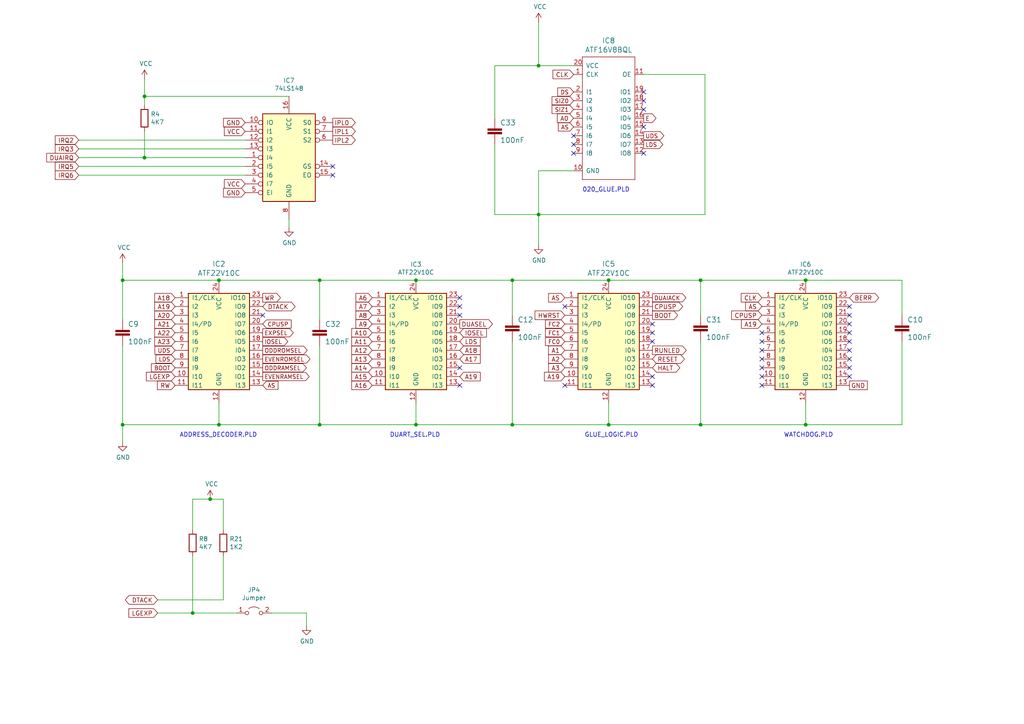
<source format=kicad_sch>
(kicad_sch (version 20231120) (generator "eeschema") (generator_version "8.0")
  (paper "A4")
  (title_block (title "ROSCO_M68K CLASSIC MC68030 EDITION") (date "2024-03-17") (rev "2.10") (company "The Really Old-School Company Limited") (comment 1 "OSHWA UK000006 (https://certification.oshwa.org/uk000006.html)") (comment 2 "See https://github.com/roscopeco/rosco_m68k/blob/master/LICENCE.hardware.txt") (comment 3 "Open Source Hardware licenced under CERN Open Hardware Licence") (comment 4 "Copyright 2019-2024 Ross Bamford and Contributors"))
  (lib_symbols
    (symbol "74xx:74LS148" (pin_names (offset 1.016))
      (property "Reference" "U" (at -7.62 13.97 0))
      (property "Value" "74LS148" (at -7.62 -13.97 0))
      (symbol "74LS148_1_0"
        (pin input inverted (at -12.7 0 0) (length 5.08) (name "I4") (number "1"))
        (pin input inverted (at -12.7 10.16 0) (length 5.08) (name "IO") (number "10"))
        (pin input inverted (at -12.7 7.62 0) (length 5.08) (name "I1") (number "11"))
        (pin input inverted (at -12.7 5.08 0) (length 5.08) (name "I2") (number "12"))
        (pin input inverted (at -12.7 2.54 0) (length 5.08) (name "I3") (number "13"))
        (pin output inverted (at 12.7 -2.54 180) (length 5.08) (name "GS") (number "14"))
        (pin output inverted (at 12.7 -5.08 180) (length 5.08) (name "EO") (number "15"))
        (pin power_in line (at 0 17.78 270) (length 5.08) (name "VCC") (number "16"))
        (pin input inverted (at -12.7 -2.54 0) (length 5.08) (name "I5") (number "2"))
        (pin input inverted (at -12.7 -5.08 0) (length 5.08) (name "I6") (number "3"))
        (pin input inverted (at -12.7 -7.62 0) (length 5.08) (name "I7") (number "4"))
        (pin input inverted (at -12.7 -10.16 0) (length 5.08) (name "EI") (number "5"))
        (pin output inverted (at 12.7 5.08 180) (length 5.08) (name "S2") (number "6"))
        (pin output inverted (at 12.7 7.62 180) (length 5.08) (name "S1") (number "7"))
        (pin power_in line (at 0 -17.78 90) (length 5.08) (name "GND") (number "8"))
        (pin output inverted (at 12.7 10.16 180) (length 5.08) (name "S0") (number "9"))
      )
      (symbol "74LS148_1_1"
        (rectangle (start -7.62 12.7) (end 7.62 -12.7) (stroke (width 0.254)) (fill (type background)))
      )
    )
    (symbol "CPLD_Microchip:ATF1504AS-PLCC84"
      (property "Reference" "U5" (at 2.1941 -47.625 0))
      (property "Value" "ATF1508" (at 0 21.59 0))
      (symbol "ATF1504AS-PLCC84_0_1"
        (rectangle (start -17.78 45.72) (end 17.78 -45.72) (stroke (width 0.254)) (fill (type background)))
      )
      (symbol "ATF1504AS-PLCC84_1_1"
        (pin input line (at -20.32 43.18 0) (length 2.54) (name "GCLR/I") (number "1"))
        (pin bidirectional line (at -20.32 22.86 0) (length 2.54) (name "I/O") (number "10"))
        (pin bidirectional line (at -20.32 20.32 0) (length 2.54) (name "I/O") (number "11"))
        (pin bidirectional line (at -20.32 17.78 0) (length 2.54) (name "I/O") (number "12"))
        (pin power_in line (at -1.27 48.26 270) (length 2.54) (name "VCCIO") (number "13"))
        (pin bidirectional line (at -20.32 15.24 0) (length 2.54) (name "TDI/I/O") (number "14"))
        (pin bidirectional line (at -20.32 12.7 0) (length 2.54) (name "I/O") (number "15"))
        (pin bidirectional line (at -20.32 10.16 0) (length 2.54) (name "I/O") (number "16"))
        (pin bidirectional line (at -20.32 7.62 0) (length 2.54) (name "I/O") (number "17"))
        (pin bidirectional line (at -20.32 5.08 0) (length 2.54) (name "I/O") (number "18"))
        (pin passive line (at 0 -48.26 90) (length 2.54) hide (name "GND") (number "19"))
        (pin input line (at -20.32 40.64 0) (length 2.54) (name "GCLK2/OE2/I") (number "2"))
        (pin bidirectional line (at -20.32 2.54 0) (length 2.54) (name "PD1/I/O") (number "20"))
        (pin bidirectional line (at -20.32 0 0) (length 2.54) (name "I/O") (number "21"))
        (pin bidirectional line (at -20.32 -2.54 0) (length 2.54) (name "I/O") (number "22"))
        (pin bidirectional line (at -20.32 -5.08 0) (length 2.54) (name "TMS/I/O") (number "23"))
        (pin bidirectional line (at -20.32 -7.62 0) (length 2.54) (name "I/O") (number "24"))
        (pin bidirectional line (at -20.32 -10.16 0) (length 2.54) (name "I/O") (number "25"))
        (pin passive line (at -1.27 48.26 270) (length 2.54) hide (name "VCCIO") (number "26"))
        (pin bidirectional line (at -20.32 -12.7 0) (length 2.54) (name "I/O") (number "27"))
        (pin bidirectional line (at -20.32 -15.24 0) (length 2.54) (name "I/O") (number "28"))
        (pin bidirectional line (at -20.32 -17.78 0) (length 2.54) (name "I/O") (number "29"))
        (pin power_in line (at 2.54 48.26 270) (length 2.54) (name "VCCINT") (number "3"))
        (pin bidirectional line (at -20.32 -20.32 0) (length 2.54) (name "I/O") (number "30"))
        (pin bidirectional line (at -20.32 -22.86 0) (length 2.54) (name "I/O") (number "31"))
        (pin passive line (at 0 -48.26 90) (length 2.54) hide (name "GND") (number "32"))
        (pin bidirectional line (at -20.32 -25.4 0) (length 2.54) (name "I/O") (number "33"))
        (pin bidirectional line (at -20.32 -27.94 0) (length 2.54) (name "I/O") (number "34"))
        (pin bidirectional line (at -20.32 -30.48 0) (length 2.54) (name "I/O") (number "35"))
        (pin bidirectional line (at -20.32 -33.02 0) (length 2.54) (name "I/O") (number "36"))
        (pin bidirectional line (at -20.32 -35.56 0) (length 2.54) (name "I/O") (number "37"))
        (pin passive line (at -1.27 48.26 270) (length 2.54) hide (name "VCCIO") (number "38"))
        (pin bidirectional line (at -20.32 -38.1 0) (length 2.54) (name "I/O") (number "39"))
        (pin bidirectional line (at -20.32 35.56 0) (length 2.54) (name "I/O") (number "4"))
        (pin bidirectional line (at -20.32 -40.64 0) (length 2.54) (name "I/O") (number "40"))
        (pin bidirectional line (at -20.32 -43.18 0) (length 2.54) (name "I/O") (number "41"))
        (pin passive line (at 0 -48.26 90) (length 2.54) hide (name "GND") (number "42"))
        (pin passive line (at 2.54 48.26 270) (length 2.54) hide (name "VCCINT") (number "43"))
        (pin bidirectional line (at 20.32 -43.18 180) (length 2.54) (name "I/O") (number "44"))
        (pin bidirectional line (at 20.32 -40.64 180) (length 2.54) (name "I/O") (number "45"))
        (pin bidirectional line (at 20.32 -38.1 180) (length 2.54) (name "I/O/PD2") (number "46"))
        (pin passive line (at 0 -48.26 90) (length 2.54) hide (name "GND") (number "47"))
        (pin bidirectional line (at 20.32 -35.56 180) (length 2.54) (name "I/O") (number "48"))
        (pin bidirectional line (at 20.32 -33.02 180) (length 2.54) (name "I/O") (number "49"))
        (pin bidirectional line (at -20.32 33.02 0) (length 2.54) (name "I/O") (number "5"))
        (pin bidirectional line (at 20.32 -30.48 180) (length 2.54) (name "I/O") (number "50"))
        (pin bidirectional line (at 20.32 -27.94 180) (length 2.54) (name "I/O") (number "51"))
        (pin bidirectional line (at 20.32 -25.4 180) (length 2.54) (name "I/O") (number "52"))
        (pin passive line (at -1.27 48.26 270) (length 2.54) hide (name "VCCIO") (number "53"))
        (pin bidirectional line (at 20.32 -22.86 180) (length 2.54) (name "I/O") (number "54"))
        (pin bidirectional line (at 20.32 -20.32 180) (length 2.54) (name "I/O") (number "55"))
        (pin bidirectional line (at 20.32 -17.78 180) (length 2.54) (name "I/O") (number "56"))
        (pin bidirectional line (at 20.32 -15.24 180) (length 2.54) (name "I/O") (number "57"))
        (pin bidirectional line (at 20.32 -12.7 180) (length 2.54) (name "I/O") (number "58"))
        (pin passive line (at 0 -48.26 90) (length 2.54) hide (name "GND") (number "59"))
        (pin bidirectional line (at -20.32 30.48 0) (length 2.54) (name "I/O") (number "6"))
        (pin bidirectional line (at 20.32 -10.16 180) (length 2.54) (name "I/O") (number "60"))
        (pin bidirectional line (at 20.32 -7.62 180) (length 2.54) (name "I/O") (number "61"))
        (pin bidirectional line (at 20.32 -5.08 180) (length 2.54) (name "TCK/I/O") (number "62"))
        (pin bidirectional line (at 20.32 -2.54 180) (length 2.54) (name "I/O") (number "63"))
        (pin bidirectional line (at 20.32 0 180) (length 2.54) (name "I/O") (number "64"))
        (pin bidirectional line (at 20.32 2.54 180) (length 2.54) (name "I/O") (number "65"))
        (pin passive line (at -1.27 48.26 270) (length 2.54) hide (name "VCCIO") (number "66"))
        (pin bidirectional line (at 20.32 5.08 180) (length 2.54) (name "I/O") (number "67"))
        (pin bidirectional line (at 20.32 7.62 180) (length 2.54) (name "I/O") (number "68"))
        (pin bidirectional line (at 20.32 10.16 180) (length 2.54) (name "I/O") (number "69"))
        (pin power_in line (at 0 -48.26 90) (length 2.54) (name "GND") (number "7"))
        (pin bidirectional line (at 20.32 12.7 180) (length 2.54) (name "I/O") (number "70"))
        (pin bidirectional line (at 20.32 15.24 180) (length 2.54) (name "TDO/I/O") (number "71"))
        (pin passive line (at 0 -48.26 90) (length 2.54) hide (name "GND") (number "72"))
        (pin bidirectional line (at 20.32 17.78 180) (length 2.54) (name "I/O") (number "73"))
        (pin bidirectional line (at 20.32 20.32 180) (length 2.54) (name "I/O") (number "74"))
        (pin bidirectional line (at 20.32 22.86 180) (length 2.54) (name "I/O") (number "75"))
        (pin bidirectional line (at 20.32 25.4 180) (length 2.54) (name "I/O") (number "76"))
        (pin bidirectional line (at 20.32 27.94 180) (length 2.54) (name "I/O") (number "77"))
        (pin passive line (at -1.27 48.26 270) (length 2.54) hide (name "VCCIO") (number "78"))
        (pin bidirectional line (at 20.32 30.48 180) (length 2.54) (name "I/O") (number "79"))
        (pin bidirectional line (at -20.32 27.94 0) (length 2.54) (name "I/O") (number "8"))
        (pin bidirectional line (at 20.32 33.02 180) (length 2.54) (name "I/O") (number "80"))
        (pin bidirectional line (at 20.32 35.56 180) (length 2.54) (name "GCLK3/I/O") (number "81"))
        (pin passive line (at 0 -48.26 90) (length 2.54) hide (name "GND") (number "82"))
        (pin input line (at 20.32 40.64 180) (length 2.54) (name "GCLK1/I") (number "83"))
        (pin input line (at 20.32 43.18 180) (length 2.54) (name "OE1/I") (number "84"))
        (pin bidirectional line (at -20.32 25.4 0) (length 2.54) (name "I/O") (number "9"))
      )
    )
    (symbol "Connector_Generic:Conn_02x05_Odd_Even" (pin_names (offset 1.016) hide)
      (property "Reference" "J" (at 1.27 7.62 0))
      (property "Value" "Conn_02x05_Odd_Even" (at 1.27 -7.62 0))
      (symbol "Conn_02x05_Odd_Even_1_1"
        (rectangle (start -1.27 -4.953) (end 0 -5.207) (stroke (width 0.1524)))
        (rectangle (start -1.27 -2.413) (end 0 -2.667) (stroke (width 0.1524)))
        (rectangle (start -1.27 0.127) (end 0 -0.127) (stroke (width 0.1524)))
        (rectangle (start -1.27 2.667) (end 0 2.413) (stroke (width 0.1524)))
        (rectangle (start -1.27 5.207) (end 0 4.953) (stroke (width 0.1524)))
        (rectangle (start -1.27 6.35) (end 3.81 -6.35) (stroke (width 0.254)) (fill (type background)))
        (rectangle (start 3.81 -4.953) (end 2.54 -5.207) (stroke (width 0.1524)))
        (rectangle (start 3.81 -2.413) (end 2.54 -2.667) (stroke (width 0.1524)))
        (rectangle (start 3.81 0.127) (end 2.54 -0.127) (stroke (width 0.1524)))
        (rectangle (start 3.81 2.667) (end 2.54 2.413) (stroke (width 0.1524)))
        (rectangle (start 3.81 5.207) (end 2.54 4.953) (stroke (width 0.1524)))
        (pin passive line (at -5.08 5.08 0) (length 3.81) (name "Pin_1") (number "1"))
        (pin passive line (at 7.62 -5.08 180) (length 3.81) (name "Pin_10") (number "10"))
        (pin passive line (at 7.62 5.08 180) (length 3.81) (name "Pin_2") (number "2"))
        (pin passive line (at -5.08 2.54 0) (length 3.81) (name "Pin_3") (number "3"))
        (pin passive line (at 7.62 2.54 180) (length 3.81) (name "Pin_4") (number "4"))
        (pin passive line (at -5.08 0 0) (length 3.81) (name "Pin_5") (number "5"))
        (pin passive line (at 7.62 0 180) (length 3.81) (name "Pin_6") (number "6"))
        (pin passive line (at -5.08 -2.54 0) (length 3.81) (name "Pin_7") (number "7"))
        (pin passive line (at 7.62 -2.54 180) (length 3.81) (name "Pin_8") (number "8"))
        (pin passive line (at -5.08 -5.08 0) (length 3.81) (name "Pin_9") (number "9"))
      )
    )
    (symbol "Device:R" (pin_numbers hide) (pin_names (offset 0))
      (property "Reference" "R" (at 2.032 0 90))
      (property "Value" "R" (at 0 0 90))
      (symbol "R_0_1"
        (rectangle (start -1.016 -2.54) (end 1.016 2.54) (stroke (width 0.254)))
      )
      (symbol "R_1_1"
        (pin passive line (at 0 3.81 270) (length 1.27) (name "~") (number "1"))
        (pin passive line (at 0 -3.81 90) (length 1.27) (name "~") (number "2"))
      )
    )
    (symbol "Jumper:Jumper_2_Bridged" (pin_names (offset 0) hide)
      (property "Reference" "JP" (at 0 1.905 0))
      (property "Value" "Jumper_2_Bridged" (at 0 -2.54 0))
      (symbol "Jumper_2_Bridged_0_0"
        (circle (center -2.032 0) (radius 0.508))
        (circle (center 2.032 0) (radius 0.508))
      )
      (symbol "Jumper_2_Bridged_0_1"
        (arc (start 1.524 0.254) (mid 0 0.762) (end -1.524 0.254))
      )
      (symbol "Jumper_2_Bridged_1_1"
        (pin passive line (at -5.08 0 0) (length 2.54) (name "A") (number "1"))
        (pin passive line (at 5.08 0 180) (length 2.54) (name "B") (number "2"))
      )
    )
    (symbol "Jumper:Jumper_2_Open" (pin_names (offset 0) hide)
      (property "Reference" "JP" (at 0 2.794 0))
      (property "Value" "Jumper_2_Open" (at 0 -2.286 0))
      (symbol "Jumper_2_Open_0_0"
        (circle (center -2.032 0) (radius 0.508))
        (circle (center 2.032 0) (radius 0.508))
      )
      (symbol "Jumper_2_Open_0_1"
        (arc (start 1.524 1.27) (mid 0 1.778) (end -1.524 1.27))
      )
      (symbol "Jumper_2_Open_1_1"
        (pin passive line (at -5.08 0 0) (length 2.54) (name "A") (number "1"))
        (pin passive line (at 5.08 0 180) (length 2.54) (name "B") (number "2"))
      )
    )
    (symbol "power:GND" (power) (pin_names (offset 0))
      (property "Value" "GND" (at 0 -3.81 0))
      (symbol "GND_0_1"
        (polyline (pts (xy 0 0) (xy 0 -1.27) (xy 1.27 -1.27) (xy 0 -2.54) (xy -1.27 -1.27) (xy 0 -1.27)))
      )
      (symbol "GND_1_1"
        (pin power_in line (at 0 0 270) (length 0) hide (name "GND") (number "1"))
      )
    )
    (symbol "power:VCC" (power) (pin_names (offset 0))
      (property "Value" "VCC" (at 0 3.81 0))
      (symbol "VCC_0_1"
        (polyline (pts (xy -0.762 1.27) (xy 0 2.54)))
        (polyline (pts (xy 0 0) (xy 0 2.54)))
        (polyline (pts (xy 0 2.54) (xy 0.762 1.27)))
      )
      (symbol "VCC_1_1"
        (pin power_in line (at 0 0 90) (length 0) hide (name "VCC") (number "1"))
      )
    )
    (symbol "rosco_m68k-eagle-import:ATF16V8BP3" (pin_names (offset 1.016))
      (property "Reference" "IC" (at -7.62 19.05 0))
      (property "Value" "ATF16V8BP3" (at -7.62 -20.32 0))
      (symbol "ATF16V8BP3_1_0"
        (polyline (pts (xy -7.62 -17.78) (xy -7.62 17.78)))
        (polyline (pts (xy -7.62 17.78) (xy 7.62 17.78)))
        (polyline (pts (xy 7.62 -17.78) (xy -7.62 -17.78)))
        (polyline (pts (xy 7.62 17.78) (xy 7.62 -17.78)))
        (pin input line (at -10.16 12.7 0) (length 2.54) (name "CLK") (number "1"))
        (pin power_in line (at -10.16 -15.24 0) (length 2.54) (name "GND") (number "10"))
        (pin input line (at 10.16 12.7 180) (length 2.54) (name "OE") (number "11"))
        (pin bidirectional line (at 10.16 -10.16 180) (length 2.54) (name "IO8") (number "12"))
        (pin bidirectional line (at 10.16 -7.62 180) (length 2.54) (name "IO7") (number "13"))
        (pin bidirectional line (at 10.16 -5.08 180) (length 2.54) (name "IO6") (number "14"))
        (pin bidirectional line (at 10.16 -2.54 180) (length 2.54) (name "IO5") (number "15"))
        (pin bidirectional line (at 10.16 0 180) (length 2.54) (name "IO4") (number "16"))
        (pin bidirectional line (at 10.16 2.54 180) (length 2.54) (name "IO3") (number "17"))
        (pin bidirectional line (at 10.16 5.08 180) (length 2.54) (name "IO2") (number "18"))
        (pin bidirectional line (at 10.16 7.62 180) (length 2.54) (name "IO1") (number "19"))
        (pin input line (at -10.16 7.62 0) (length 2.54) (name "I1") (number "2"))
        (pin power_in line (at -10.16 15.24 0) (length 2.54) (name "VCC") (number "20"))
        (pin input line (at -10.16 5.08 0) (length 2.54) (name "I2") (number "3"))
        (pin input line (at -10.16 2.54 0) (length 2.54) (name "I3") (number "4"))
        (pin input line (at -10.16 0 0) (length 2.54) (name "I4") (number "5"))
        (pin input line (at -10.16 -2.54 0) (length 2.54) (name "I5") (number "6"))
        (pin input line (at -10.16 -5.08 0) (length 2.54) (name "I6") (number "7"))
        (pin input line (at -10.16 -7.62 0) (length 2.54) (name "I7") (number "8"))
        (pin input line (at -10.16 -10.16 0) (length 2.54) (name "I8") (number "9"))
      )
    )
    (symbol "rosco_m68k-eagle-import:C2,5-3" (pin_names (offset 1.016))
      (property "Reference" "C" (at 1.524 0.381 0))
      (property "Value" "C2,5-3" (at 1.524 -4.699 0))
      (symbol "C2,5-3_1_0"
        (rectangle (start -2.032 -2.032) (end 2.032 -1.524) (fill (type outline)))
        (rectangle (start -2.032 -1.016) (end 2.032 -0.508) (fill (type outline)))
        (polyline (pts (xy 0 -2.54) (xy 0 -2.032)))
        (polyline (pts (xy 0 0) (xy 0 -0.508)))
        (pin passive line (at 0 2.54 270) (length 2.54) (name "1") (number "1"))
        (pin passive line (at 0 -5.08 90) (length 2.54) (name "2") (number "2"))
      )
    )
    (symbol "rosco_m68k-rescue:GAL22V10" (pin_names (offset 1.016))
      (property "Reference" "IC" (at -8.89 16.51 0))
      (property "Value" "GAL22V10" (at 1.27 16.51 0))
      (symbol "GAL22V10_0_0"
        (pin power_in line (at 0 -17.78 90) (length 3.81) (name "GND") (number "12"))
        (pin power_in line (at 0 17.78 270) (length 3.81) (name "VCC") (number "24"))
      )
      (symbol "GAL22V10_0_1"
        (rectangle (start -8.89 13.97) (end 8.89 -13.97) (stroke (width 0.254)) (fill (type background)))
      )
      (symbol "GAL22V10_1_1"
        (pin input line (at -12.7 12.7 0) (length 3.81) (name "I1/CLK") (number "1"))
        (pin input line (at -12.7 -10.16 0) (length 3.81) (name "I10") (number "10"))
        (pin input line (at -12.7 -12.7 0) (length 3.81) (name "I11") (number "11"))
        (pin input line (at 12.7 -12.7 180) (length 3.81) (name "I13") (number "13"))
        (pin bidirectional line (at 12.7 -10.16 180) (length 3.81) (name "IO1") (number "14"))
        (pin bidirectional line (at 12.7 -7.62 180) (length 3.81) (name "IO2") (number "15"))
        (pin bidirectional line (at 12.7 -5.08 180) (length 3.81) (name "IO3") (number "16"))
        (pin bidirectional line (at 12.7 -2.54 180) (length 3.81) (name "I04") (number "17"))
        (pin bidirectional line (at 12.7 0 180) (length 3.81) (name "IO5") (number "18"))
        (pin bidirectional line (at 12.7 2.54 180) (length 3.81) (name "IO6") (number "19"))
        (pin input line (at -12.7 10.16 0) (length 3.81) (name "I2") (number "2"))
        (pin bidirectional line (at 12.7 5.08 180) (length 3.81) (name "IO7") (number "20"))
        (pin bidirectional line (at 12.7 7.62 180) (length 3.81) (name "IO8") (number "21"))
        (pin bidirectional line (at 12.7 10.16 180) (length 3.81) (name "IO9") (number "22"))
        (pin bidirectional line (at 12.7 12.7 180) (length 3.81) (name "IO10") (number "23"))
        (pin input line (at -12.7 7.62 0) (length 3.81) (name "I3") (number "3"))
        (pin input line (at -12.7 5.08 0) (length 3.81) (name "I4/PD") (number "4"))
        (pin input line (at -12.7 2.54 0) (length 3.81) (name "I5") (number "5"))
        (pin input line (at -12.7 0 0) (length 3.81) (name "I6") (number "6"))
        (pin input line (at -12.7 -2.54 0) (length 3.81) (name "I7") (number "7"))
        (pin input line (at -12.7 -5.08 0) (length 3.81) (name "I8") (number "8"))
        (pin input line (at -12.7 -7.62 0) (length 3.81) (name "I9") (number "9"))
      )
    )
  )
  (junction (at 92.71 123.19))
  (junction (at 41.91 45.72))
  (junction (at -40.64 134.62))
  (junction (at 233.68 81.28))
  (junction (at 156.21 19.05))
  (junction (at 176.53 123.19))
  (junction (at 148.59 81.28))
  (junction (at 63.5 123.19))
  (junction (at 120.65 123.19))
  (junction (at 156.21 62.23))
  (junction (at 41.91 27.94))
  (junction (at 63.5 81.28))
  (junction (at 203.2 123.19))
  (junction (at 148.59 123.19))
  (junction (at 176.53 81.28))
  (junction (at 233.68 123.19))
  (junction (at 35.56 81.28))
  (junction (at 92.71 81.28))
  (junction (at 120.65 81.28))
  (junction (at 35.56 123.19))
  (junction (at 203.2 81.28))
  (junction (at 60.96 144.78))
  (junction (at 55.88 177.8))
  (no_connect (at 96.52 48.26))
  (no_connect (at 133.35 88.9))
  (no_connect (at 186.69 36.83))
  (no_connect (at 133.35 91.44))
  (no_connect (at 186.69 29.21))
  (no_connect (at -46.99 129.54))
  (no_connect (at 133.35 106.68))
  (no_connect (at 133.35 86.36))
  (no_connect (at 246.38 99.06))
  (no_connect (at 186.69 26.67))
  (no_connect (at 246.38 93.98))
  (no_connect (at 166.37 44.45))
  (no_connect (at 220.98 111.76))
  (no_connect (at 220.98 101.6))
  (no_connect (at 166.37 39.37))
  (no_connect (at -59.69 132.08))
  (no_connect (at 246.38 91.44))
  (no_connect (at 189.23 111.76))
  (no_connect (at 246.38 109.22))
  (no_connect (at 220.98 99.06))
  (no_connect (at 76.2 91.44))
  (no_connect (at 133.35 111.76))
  (no_connect (at 166.37 41.91))
  (no_connect (at -46.99 132.08))
  (no_connect (at 246.38 88.9))
  (no_connect (at 246.38 96.52))
  (no_connect (at 189.23 96.52))
  (no_connect (at 220.98 96.52))
  (no_connect (at 163.83 111.76))
  (no_connect (at 186.69 31.75))
  (no_connect (at 246.38 106.68))
  (no_connect (at 246.38 104.14))
  (no_connect (at 246.38 101.6))
  (no_connect (at 189.23 109.22))
  (no_connect (at 220.98 109.22))
  (no_connect (at 220.98 104.14))
  (no_connect (at 189.23 93.98))
  (no_connect (at 96.52 50.8))
  (no_connect (at 220.98 106.68))
  (no_connect (at 189.23 99.06))
  (no_connect (at 163.83 88.9))
  (no_connect (at 186.69 44.45))
  (wire (pts (xy 204.47 21.59) (xy 204.47 62.23)))
  (wire (pts (xy 148.59 99.06) (xy 148.59 123.19)))
  (wire (pts (xy 63.5 123.19) (xy 92.71 123.19)))
  (wire (pts (xy 64.77 161.29) (xy 64.77 173.99)))
  (wire (pts (xy 143.51 62.23) (xy 156.21 62.23)))
  (wire (pts (xy 156.21 6.35) (xy 156.21 19.05)))
  (wire (pts (xy -46.99 134.62) (xy -40.64 134.62)))
  (wire (pts (xy 88.9 177.8) (xy 88.9 181.61)))
  (wire (pts (xy 233.68 116.84) (xy 233.68 123.19)))
  (wire (pts (xy 233.68 123.19) (xy 261.62 123.19)))
  (wire (pts (xy 22.86 45.72) (xy 41.91 45.72)))
  (wire (pts (xy 45.72 173.99) (xy 64.77 173.99)))
  (wire (pts (xy 22.86 50.8) (xy 71.12 50.8)))
  (wire (pts (xy 92.71 81.28) (xy 63.5 81.28)))
  (wire (pts (xy 35.56 81.28) (xy 63.5 81.28)))
  (wire (pts (xy 261.62 81.28) (xy 261.62 91.44)))
  (wire (pts (xy 78.74 177.8) (xy 88.9 177.8)))
  (wire (pts (xy 120.65 123.19) (xy 120.65 116.84)))
  (wire (pts (xy 156.21 62.23) (xy 204.47 62.23)))
  (wire (pts (xy 166.37 49.53) (xy 156.21 49.53)))
  (wire (pts (xy 92.71 92.71) (xy 92.71 81.28)))
  (wire (pts (xy 63.5 116.84) (xy 63.5 123.19)))
  (wire (pts (xy 35.56 123.19) (xy 63.5 123.19)))
  (wire (pts (xy 156.21 19.05) (xy 166.37 19.05)))
  (wire (pts (xy 41.91 27.94) (xy 83.82 27.94)))
  (wire (pts (xy 55.88 153.67) (xy 55.88 144.78)))
  (wire (pts (xy 148.59 123.19) (xy 176.53 123.19)))
  (wire (pts (xy -40.64 134.62) (xy -40.64 138.43)))
  (wire (pts (xy 35.56 123.19) (xy 35.56 128.27)))
  (wire (pts (xy 203.2 123.19) (xy 233.68 123.19)))
  (wire (pts (xy 71.12 45.72) (xy 41.91 45.72)))
  (wire (pts (xy 176.53 116.84) (xy 176.53 123.19)))
  (wire (pts (xy 22.86 43.18) (xy 71.12 43.18)))
  (wire (pts (xy 55.88 177.8) (xy 68.58 177.8)))
  (wire (pts (xy 64.77 144.78) (xy 64.77 153.67)))
  (wire (pts (xy 92.71 81.28) (xy 120.65 81.28)))
  (wire (pts (xy 92.71 123.19) (xy 120.65 123.19)))
  (wire (pts (xy 22.86 48.26) (xy 71.12 48.26)))
  (wire (pts (xy 203.2 81.28) (xy 233.68 81.28)))
  (wire (pts (xy 45.72 177.8) (xy 55.88 177.8)))
  (wire (pts (xy -38.1 127) (xy -46.99 127)))
  (wire (pts (xy 55.88 144.78) (xy 60.96 144.78)))
  (wire (pts (xy 143.51 19.05) (xy 143.51 34.29)))
  (wire (pts (xy 148.59 81.28) (xy 176.53 81.28)))
  (wire (pts (xy 203.2 99.06) (xy 203.2 123.19)))
  (wire (pts (xy 60.96 144.78) (xy 64.77 144.78)))
  (wire (pts (xy 148.59 123.19) (xy 120.65 123.19)))
  (wire (pts (xy 35.56 100.33) (xy 35.56 123.19)))
  (wire (pts (xy 55.88 161.29) (xy 55.88 177.8)))
  (wire (pts (xy 176.53 123.19) (xy 203.2 123.19)))
  (wire (pts (xy -40.64 124.46) (xy -40.64 134.62)))
  (wire (pts (xy 186.69 21.59) (xy 204.47 21.59)))
  (wire (pts (xy 156.21 19.05) (xy 143.51 19.05)))
  (wire (pts (xy 156.21 49.53) (xy 156.21 62.23)))
  (wire (pts (xy 41.91 22.86) (xy 41.91 27.94)))
  (wire (pts (xy -46.99 124.46) (xy -40.64 124.46)))
  (wire (pts (xy -38.1 124.46) (xy -38.1 127)))
  (wire (pts (xy 92.71 100.33) (xy 92.71 123.19)))
  (wire (pts (xy 22.86 40.64) (xy 71.12 40.64)))
  (wire (pts (xy 35.56 92.71) (xy 35.56 81.28)))
  (wire (pts (xy 148.59 81.28) (xy 120.65 81.28)))
  (wire (pts (xy 261.62 99.06) (xy 261.62 123.19)))
  (wire (pts (xy 41.91 38.1) (xy 41.91 45.72)))
  (wire (pts (xy 143.51 41.91) (xy 143.51 62.23)))
  (wire (pts (xy 203.2 81.28) (xy 203.2 91.44)))
  (wire (pts (xy 156.21 62.23) (xy 156.21 71.12)))
  (wire (pts (xy 41.91 30.48) (xy 41.91 27.94)))
  (wire (pts (xy 35.56 76.2) (xy 35.56 81.28)))
  (wire (pts (xy 148.59 81.28) (xy 148.59 91.44)))
  (wire (pts (xy 176.53 81.28) (xy 203.2 81.28)))
  (wire (pts (xy 233.68 81.28) (xy 261.62 81.28)))
  (wire (pts (xy 83.82 63.5) (xy 83.82 66.04)))
  (text "A6\nA7\nA8\nA9\nA10\nA11\nA12\nA13\nA14\nA15\nA16\nA17\n-A18\n-A19\n-LDS\n-IOSEL\nDUASEL*" (at 329.692 68.072 0) (effects (font (size 1.27 1.27))))
  (text "GLUE_LOGIC.PLD" (at 169.545 127 0) (effects (font (size 1.27 1.27)) (justify left bottom)))
  (text "020_GLUE.PLD" (at 168.91 55.88 0) (effects (font (size 1.27 1.27)) (justify left bottom)))
  (text "-CLK\n-AS\n-CPUSP\n-A19\nBERR*\n" (at 329.946 105.156 0) (effects (font (size 1.27 1.27))))
  (text "ADDRESS_DECODER.PLD" (at 52.07 127 0) (effects (font (size 1.27 1.27)) (justify left bottom)))
  (text "IRQ2\nIRQ3\nDUAIRQ\nIRQ5\nIRQ6\nIPL0*\nIPL1*\nIPL2*" (at 312.674 33.02 0) (effects (font (size 1.27 1.27))))
  (text "DUART_SEL.PLD" (at 113.03 127 0) (effects (font (size 1.27 1.27)) (justify left bottom)))
  (text "-AS\nHWRST\nFC2\nFC1\nFC0\nA1\nA2\nA3\n-A19\nDUAACK*\n-CPUSP*\n-BOOT*\nRUNLED*\nRESET*\nHALT*" (at 310.896 115.316 0) (effects (font (size 1.27 1.27))))
  (text "CLK\nDS\nSIZ0\nSIZ1\nA0\n-AS\nE*\nLDS*\nUDS*" (at 323.85 33.782 0) (effects (font (size 1.27 1.27))))
  (text "A18\nA19\nA20\nA21\nA22\nA23\n-UDS\n-LDS\n-BOOT\n-LGEXP\nRW\nWR*\nDTACK*\n-CPUSP\nEXPSEL*\nIOSEL*\nODDROMSEL*\nEVENROMSEL*\nODDRAMSEL*\nEVENRAMSEL*\nAS" (at 309.626 68.834 0) (effects (font (size 1.27 1.27))))
  (text "WATCHDOG.PLD" (at 227.33 127 0) (effects (font (size 1.27 1.27)) (justify left bottom)))
  (global_label "IRQ2" (shape input) (at -68.58 72.39 180) (property "Intersheetrefs" "${INTERSHEET_REFS}" (effects (hide yes))))
  (global_label "A21" (shape input) (at -68.58 21.59 180) (property "Intersheetrefs" "${INTERSHEET_REFS}" (effects (hide yes))))
  (global_label "A8" (shape input) (at 107.95 91.44 180) (property "Intersheetrefs" "${INTERSHEET_REFS}" (effects (hide yes))))
  (global_label "VCC" (shape input) (at 71.12 53.34 180) (property "Intersheetrefs" "${INTERSHEET_REFS}" (effects (hide yes))))
  (global_label "A8" (shape input) (at -68.58 34.29 180) (property "Intersheetrefs" "${INTERSHEET_REFS}" (effects (hide yes))))
  (global_label "FC0" (shape input) (at -27.94 34.29 0) (effects (font (size 1.1938 1.1938))) (property "Intersheetrefs" "${INTERSHEET_REFS}" (effects (hide yes))))
  (global_label "A13" (shape input) (at -68.58 44.45 180) (property "Intersheetrefs" "${INTERSHEET_REFS}" (effects (hide yes))))
  (global_label "A3" (shape input) (at 163.83 106.68 180) (property "Intersheetrefs" "${INTERSHEET_REFS}" (effects (hide yes))))
  (global_label "A3" (shape input) (at -68.58 62.23 180) (property "Intersheetrefs" "${INTERSHEET_REFS}" (effects (hide yes))))
  (global_label "AS" (shape input) (at 166.37 36.83 180) (effects (font (size 1.1938 1.1938))) (property "Intersheetrefs" "${INTERSHEET_REFS}" (effects (hide yes))))
  (global_label "A19" (shape input) (at 220.98 93.98 180) (property "Intersheetrefs" "${INTERSHEET_REFS}" (effects (hide yes))))
  (global_label "A9" (shape input) (at -68.58 54.61 180) (property "Intersheetrefs" "${INTERSHEET_REFS}" (effects (hide yes))))
  (global_label "LDS" (shape input) (at 50.8 104.14 180) (effects (font (size 1.1938 1.1938))) (property "Intersheetrefs" "${INTERSHEET_REFS}" (effects (hide yes))))
  (global_label "A22" (shape input) (at 50.8 96.52 180) (property "Intersheetrefs" "${INTERSHEET_REFS}" (effects (hide yes))))
  (global_label "TDO" (shape input) (at -59.69 127 180) (property "Intersheetrefs" "${INTERSHEET_REFS}" (effects (hide yes))))
  (global_label "IOSEL" (shape input) (at 133.35 96.52 0) (property "Intersheetrefs" "${INTERSHEET_REFS}" (effects (hide yes))))
  (global_label "SIZ1" (shape input) (at -68.58 87.63 180) (effects (font (size 1.1938 1.1938))) (property "Intersheetrefs" "${INTERSHEET_REFS}" (effects (hide yes))))
  (global_label "A20" (shape input) (at -68.58 26.67 180) (property "Intersheetrefs" "${INTERSHEET_REFS}" (effects (hide yes))))
  (global_label "E" (shape output) (at 186.69 34.29 0) (property "Intersheetrefs" "${INTERSHEET_REFS}" (effects (hide yes))))
  (global_label "CPUSP" (shape input) (at 220.98 91.44 180) (property "Intersheetrefs" "${INTERSHEET_REFS}" (effects (hide yes))))
  (global_label "IPL2" (shape output) (at 96.52 40.64 0) (property "Intersheetrefs" "${INTERSHEET_REFS}" (effects (hide yes))))
  (global_label "IOSEL" (shape output) (at -27.94 82.55 0) (effects (font (size 1.1938 1.1938))) (property "Intersheetrefs" "${INTERSHEET_REFS}" (effects (hide yes))))
  (global_label "LDS" (shape output) (at -68.58 85.09 180) (effects (font (size 1.1938 1.1938))) (property "Intersheetrefs" "${INTERSHEET_REFS}" (effects (hide yes))))
  (global_label "DUASEL" (shape output) (at 133.35 93.98 0) (property "Intersheetrefs" "${INTERSHEET_REFS}" (effects (hide yes))))
  (global_label "IPL0" (shape output) (at 96.52 35.56 0) (property "Intersheetrefs" "${INTERSHEET_REFS}" (effects (hide yes))))
  (global_label "DUAIRQ" (shape input) (at -27.94 72.39 0) (property "Intersheetrefs" "${INTERSHEET_REFS}" (effects (hide yes))))
  (global_label "WR" (shape output) (at 76.2 86.36 0) (property "Intersheetrefs" "${INTERSHEET_REFS}" (effects (hide yes))))
  (global_label "IOSEL" (shape output) (at 76.2 99.06 0) (effects (font (size 1.1938 1.1938))) (property "Intersheetrefs" "${INTERSHEET_REFS}" (effects (hide yes))))
  (global_label "A12" (shape input) (at -68.58 11.43 180) (property "Intersheetrefs" "${INTERSHEET_REFS}" (effects (hide yes))))
  (global_label "TCK" (shape input) (at -27.94 57.15 0) (property "Intersheetrefs" "${INTERSHEET_REFS}" (effects (hide yes))))
  (global_label "DUAIACK" (shape output) (at -27.94 49.53 0) (effects (font (size 1.1938 1.1938))) (property "Intersheetrefs" "${INTERSHEET_REFS}" (effects (hide yes))))
  (global_label "UDS" (shape output) (at 186.69 39.37 0) (effects (font (size 1.1938 1.1938))) (property "Intersheetrefs" "${INTERSHEET_REFS}" (effects (hide yes))))
  (global_label "DUASEL" (shape output) (at -27.94 74.93 0) (property "Intersheetrefs" "${INTERSHEET_REFS}" (effects (hide yes))))
  (global_label "EXPSEL" (shape output) (at 76.2 96.52 0) (effects (font (size 1.1938 1.1938))) (property "Intersheetrefs" "${INTERSHEET_REFS}" (effects (hide yes))))
  (global_label "A14" (shape input) (at 107.95 106.68 180) (property "Intersheetrefs" "${INTERSHEET_REFS}" (effects (hide yes))))
  (global_label "A16" (shape input) (at 107.95 111.76 180) (property "Intersheetrefs" "${INTERSHEET_REFS}" (effects (hide yes))))
  (global_label "ODDROMSEL" (shape output) (at 76.2 101.6 0) (effects (font (size 1.1938 1.1938))) (property "Intersheetrefs" "${INTERSHEET_REFS}" (effects (hide yes))))
  (global_label "IPL1" (shape output) (at 96.52 38.1 0) (property "Intersheetrefs" "${INTERSHEET_REFS}" (effects (hide yes))))
  (global_label "A11" (shape input) (at 107.95 99.06 180) (property "Intersheetrefs" "${INTERSHEET_REFS}" (effects (hide yes))))
  (global_label "DTACK" (shape tri_state) (at 76.2 88.9 0) (property "Intersheetrefs" "${INTERSHEET_REFS}" (effects (hide yes))))
  (global_label "EXPSEL" (shape output) (at -68.58 95.25 180) (effects (font (size 1.1938 1.1938))) (property "Intersheetrefs" "${INTERSHEET_REFS}" (effects (hide yes))))
  (global_label "A16" (shape input) (at -68.58 24.13 180) (property "Intersheetrefs" "${INTERSHEET_REFS}" (effects (hide yes))))
  (global_label "IRQ5" (shape input) (at -68.58 77.47 180) (property "Intersheetrefs" "${INTERSHEET_REFS}" (effects (hide yes))))
  (global_label "E" (shape output) (at -27.94 67.31 0) (property "Intersheetrefs" "${INTERSHEET_REFS}" (effects (hide yes))))
  (global_label "A9" (shape input) (at 107.95 93.98 180) (property "Intersheetrefs" "${INTERSHEET_REFS}" (effects (hide yes))))
  (global_label "DTACK" (shape bidirectional) (at 45.72 173.99 180) (property "Intersheetrefs" "${INTERSHEET_REFS}" (effects (hide yes))))
  (global_label "AS" (shape input) (at 220.98 88.9 180) (property "Intersheetrefs" "${INTERSHEET_REFS}" (effects (hide yes))))
  (global_label "CLK" (shape input) (at 220.98 86.36 180) (property "Intersheetrefs" "${INTERSHEET_REFS}" (effects (hide yes))))
  (global_label "IPL1" (shape output) (at -27.94 19.05 0) (property "Intersheetrefs" "${INTERSHEET_REFS}" (effects (hide yes))))
  (global_label "FC1" (shape input) (at 163.83 96.52 180) (effects (font (size 1.1938 1.1938))) (property "Intersheetrefs" "${INTERSHEET_REFS}" (effects (hide yes))))
  (global_label "A1" (shape input) (at 163.83 101.6 180) (property "Intersheetrefs" "${INTERSHEET_REFS}" (effects (hide yes))))
  (global_label "RUNLED" (shape output) (at -27.94 41.91 0) (property "Intersheetrefs" "${INTERSHEET_REFS}" (effects (hide yes))))
  (global_label "DS" (shape input) (at 166.37 26.67 180) (effects (font (size 1.1938 1.1938))) (property "Intersheetrefs" "${INTERSHEET_REFS}" (effects (hide yes))))
  (global_label "LDS" (shape input) (at 133.35 99.06 0) (property "Intersheetrefs" "${INTERSHEET_REFS}" (effects (hide yes))))
  (global_label "A19" (shape input) (at 163.83 109.22 180) (property "Intersheetrefs" "${INTERSHEET_REFS}" (effects (hide yes))))
  (global_label "A2" (shape input) (at -68.58 64.77 180) (property "Intersheetrefs" "${INTERSHEET_REFS}" (effects (hide yes))))
  (global_label "CPUSP" (shape input) (at 76.2 93.98 0) (effects (font (size 1.1938 1.1938))) (property "Intersheetrefs" "${INTERSHEET_REFS}" (effects (hide yes))))
  (global_label "A7" (shape input) (at 107.95 88.9 180) (property "Intersheetrefs" "${INTERSHEET_REFS}" (effects (hide yes))))
  (global_label "A18" (shape input) (at 50.8 86.36 180) (property "Intersheetrefs" "${INTERSHEET_REFS}" (effects (hide yes))))
  (global_label "CPUSP" (shape output) (at 189.23 88.9 0) (property "Intersheetrefs" "${INTERSHEET_REFS}" (effects (hide yes))))
  (global_label "A18" (shape input) (at -68.58 46.99 180) (property "Intersheetrefs" "${INTERSHEET_REFS}" (effects (hide yes))))
  (global_label "IRQ6" (shape input) (at 22.86 50.8 180) (property "Intersheetrefs" "${INTERSHEET_REFS}" (effects (hide yes))))
  (global_label "IPL2" (shape output) (at -27.94 21.59 0) (property "Intersheetrefs" "${INTERSHEET_REFS}" (effects (hide yes))))
  (global_label "RW" (shape input) (at 50.8 111.76 180) (property "Intersheetrefs" "${INTERSHEET_REFS}" (effects (hide yes))))
  (global_label "A14" (shape input) (at -68.58 19.05 180) (property "Intersheetrefs" "${INTERSHEET_REFS}" (effects (hide yes))))
  (global_label "IRQ2" (shape input) (at 22.86 40.64 180) (property "Intersheetrefs" "${INTERSHEET_REFS}" (effects (hide yes))))
  (global_label "HALT" (shape tri_state) (at 189.23 106.68 0) (property "Intersheetrefs" "${INTERSHEET_REFS}" (effects (hide yes))))
  (global_label "EVENROMSEL" (shape output) (at 76.2 104.14 0) (effects (font (size 1.1938 1.1938))) (property "Intersheetrefs" "${INTERSHEET_REFS}" (effects (hide yes))))
  (global_label "RESET" (shape tri_state) (at -27.94 44.45 0) (property "Intersheetrefs" "${INTERSHEET_REFS}" (effects (hide yes))))
  (global_label "IPL0" (shape output) (at -27.94 16.51 0) (property "Intersheetrefs" "${INTERSHEET_REFS}" (effects (hide yes))))
  (global_label "A7" (shape input) (at -68.58 49.53 180) (property "Intersheetrefs" "${INTERSHEET_REFS}" (effects (hide yes))))
  (global_label "FC1" (shape input) (at -27.94 31.75 0) (effects (font (size 1.1938 1.1938))) (property "Intersheetrefs" "${INTERSHEET_REFS}" (effects (hide yes))))
  (global_label "BOOT" (shape input) (at 50.8 106.68 180) (effects (font (size 1.1938 1.1938))) (property "Intersheetrefs" "${INTERSHEET_REFS}" (effects (hide yes))))
  (global_label "SIZ0" (shape input) (at 166.37 29.21 180) (effects (font (size 1.1938 1.1938))) (property "Intersheetrefs" "${INTERSHEET_REFS}" (effects (hide yes))))
  (global_label "TCK" (shape output) (at -59.69 124.46 180) (property "Intersheetrefs" "${INTERSHEET_REFS}" (effects (hide yes))))
  (global_label "A15" (shape input) (at 107.95 109.22 180) (property "Intersheetrefs" "${INTERSHEET_REFS}" (effects (hide yes))))
  (global_label "A17" (shape input) (at 133.35 104.14 0) (property "Intersheetrefs" "${INTERSHEET_REFS}" (effects (hide yes))))
  (global_label "DUAIACK" (shape output) (at 189.23 86.36 0) (effects (font (size 1.1938 1.1938))) (property "Intersheetrefs" "${INTERSHEET_REFS}" (effects (hide yes))))
  (global_label "A6" (shape input) (at 107.95 86.36 180) (property "Intersheetrefs" "${INTERSHEET_REFS}" (effects (hide yes))))
  (global_label "A10" (shape input) (at 107.95 96.52 180) (property "Intersheetrefs" "${INTERSHEET_REFS}" (effects (hide yes))))
  (global_label "TMS" (shape output) (at -59.69 129.54 180) (property "Intersheetrefs" "${INTERSHEET_REFS}" (effects (hide yes))))
  (global_label "OE1{slash}I" (shape input) (at -27.94 8.89 0) (property "Intersheetrefs" "${INTERSHEET_REFS}" (effects (hide yes))))
  (global_label "CLK" (shape input) (at -27.94 11.43 0) (property "Intersheetrefs" "${INTERSHEET_REFS}" (effects (hide yes))))
  (global_label "A0" (shape input) (at 166.37 34.29 180) (property "Intersheetrefs" "${INTERSHEET_REFS}" (effects (hide yes))))
  (global_label "HALT" (shape tri_state) (at -27.94 46.99 0) (property "Intersheetrefs" "${INTERSHEET_REFS}" (effects (hide yes))))
  (global_label "A15" (shape input) (at -68.58 41.91 180) (property "Intersheetrefs" "${INTERSHEET_REFS}" (effects (hide yes))))
  (global_label "HWRST" (shape input) (at 163.83 91.44 180) (property "Intersheetrefs" "${INTERSHEET_REFS}" (effects (hide yes))))
  (global_label "A23" (shape input) (at 50.8 99.06 180) (property "Intersheetrefs" "${INTERSHEET_REFS}" (effects (hide yes))))
  (global_label "HWRST" (shape input) (at -27.94 26.67 0) (property "Intersheetrefs" "${INTERSHEET_REFS}" (effects (hide yes))))
  (global_label "IRQ6" (shape input) (at -68.58 80.01 180) (property "Intersheetrefs" "${INTERSHEET_REFS}" (effects (hide yes))))
  (global_label "A23" (shape input) (at -68.58 29.21 180) (property "Intersheetrefs" "${INTERSHEET_REFS}" (effects (hide yes))))
  (global_label "CLK" (shape input) (at 166.37 21.59 180) (property "Intersheetrefs" "${INTERSHEET_REFS}" (effects (hide yes))))
  (global_label "RESET" (shape input) (at -68.58 8.89 180) (property "Intersheetrefs" "${INTERSHEET_REFS}" (effects (hide yes))))
  (global_label "A19" (shape input) (at -68.58 16.51 180) (property "Intersheetrefs" "${INTERSHEET_REFS}" (effects (hide yes))))
  (global_label "SIZ1" (shape input) (at 166.37 31.75 180) (effects (font (size 1.1938 1.1938))) (property "Intersheetrefs" "${INTERSHEET_REFS}" (effects (hide yes))))
  (global_label "FC2" (shape input) (at -27.94 29.21 0) (effects (font (size 1.1938 1.1938))) (property "Intersheetrefs" "${INTERSHEET_REFS}" (effects (hide yes))))
  (global_label "EVENRAMSEL" (shape output) (at -27.94 87.63 0) (effects (font (size 1.1938 1.1938))) (property "Intersheetrefs" "${INTERSHEET_REFS}" (effects (hide yes))))
  (global_label "EVENROMSEL" (shape output) (at -27.94 90.17 0) (effects (font (size 1.1938 1.1938))) (property "Intersheetrefs" "${INTERSHEET_REFS}" (effects (hide yes))))
  (global_label "A6" (shape input) (at -68.58 59.69 180) (property "Intersheetrefs" "${INTERSHEET_REFS}" (effects (hide yes))))
  (global_label "LDS" (shape output) (at 186.69 41.91 0) (effects (font (size 1.1938 1.1938))) (property "Intersheetrefs" "${INTERSHEET_REFS}" (effects (hide yes))))
  (global_label "AS" (shape input) (at 163.83 86.36 180) (property "Intersheetrefs" "${INTERSHEET_REFS}" (effects (hide yes))))
  (global_label "TDI" (shape output) (at -59.69 134.62 180) (property "Intersheetrefs" "${INTERSHEET_REFS}" (effects (hide yes))))
  (global_label "LGEXP" (shape input) (at 45.72 177.8 180) (property "Intersheetrefs" "${INTERSHEET_REFS}" (effects (hide yes))))
  (global_label "VCC" (shape input) (at 71.12 38.1 180) (property "Intersheetrefs" "${INTERSHEET_REFS}" (effects (hide yes))))
  (global_label "ODDROMSEL" (shape output) (at -27.94 95.25 0) (effects (font (size 1.1938 1.1938))) (property "Intersheetrefs" "${INTERSHEET_REFS}" (effects (hide yes))))
  (global_label "RESET" (shape tri_state) (at 189.23 104.14 0) (property "Intersheetrefs" "${INTERSHEET_REFS}" (effects (hide yes))))
  (global_label "ODDRAMSEL" (shape output) (at 76.2 106.68 0) (effects (font (size 1.1938 1.1938))) (property "Intersheetrefs" "${INTERSHEET_REFS}" (effects (hide yes))))
  (global_label "A11" (shape input) (at -68.58 52.07 180) (property "Intersheetrefs" "${INTERSHEET_REFS}" (effects (hide yes))))
  (global_label "LGEXP" (shape input) (at 50.8 109.22 180) (property "Intersheetrefs" "${INTERSHEET_REFS}" (effects (hide yes))))
  (global_label "A20" (shape input) (at 50.8 91.44 180) (property "Intersheetrefs" "${INTERSHEET_REFS}" (effects (hide yes))))
  (global_label "DTACK" (shape tri_state) (at -27.94 69.85 0) (property "Intersheetrefs" "${INTERSHEET_REFS}" (effects (hide yes))))
  (global_label "IRQ3" (shape input) (at 22.86 43.18 180) (property "Intersheetrefs" "${INTERSHEET_REFS}" (effects (hide yes))))
  (global_label "RW" (shape input) (at -68.58 92.71 180) (property "Intersheetrefs" "${INTERSHEET_REFS}" (effects (hide yes))))
  (global_label "A0" (shape input) (at -68.58 69.85 180) (property "Intersheetrefs" "${INTERSHEET_REFS}" (effects (hide yes))))
  (global_label "AS" (shape input) (at 76.2 111.76 0) (effects (font (size 1.1938 1.1938))) (property "Intersheetrefs" "${INTERSHEET_REFS}" (effects (hide yes))))
  (global_label "BOOT" (shape output) (at 189.23 91.44 0) (property "Intersheetrefs" "${INTERSHEET_REFS}" (effects (hide yes))))
  (global_label "ODDRAMSEL" (shape output) (at -27.94 92.71 0) (effects (font (size 1.1938 1.1938))) (property "Intersheetrefs" "${INTERSHEET_REFS}" (effects (hide yes))))
  (global_label "IRQ3" (shape input) (at -68.58 74.93 180) (property "Intersheetrefs" "${INTERSHEET_REFS}" (effects (hide yes))))
  (global_label "A18" (shape input) (at 133.35 101.6 0) (property "Intersheetrefs" "${INTERSHEET_REFS}" (effects (hide yes))))
  (global_label "UDS" (shape input) (at 50.8 101.6 180) (effects (font (size 1.1938 1.1938))) (property "Intersheetrefs" "${INTERSHEET_REFS}" (effects (hide yes))))
  (global_label "BERR" (shape tri_state) (at -27.94 39.37 0) (property "Intersheetrefs" "${INTERSHEET_REFS}" (effects (hide yes))))
  (global_label "A1" (shape input) (at -68.58 67.31 180) (property "Intersheetrefs" "${INTERSHEET_REFS}" (effects (hide yes))))
  (global_label "TMS" (shape input) (at -68.58 57.15 180) (property "Intersheetrefs" "${INTERSHEET_REFS}" (effects (hide yes))))
  (global_label "FC2" (shape input) (at 163.83 93.98 180) (effects (font (size 1.1938 1.1938))) (property "Intersheetrefs" "${INTERSHEET_REFS}" (effects (hide yes))))
  (global_label "DUAIRQ" (shape input) (at 22.86 45.72 180) (property "Intersheetrefs" "${INTERSHEET_REFS}" (effects (hide yes))))
  (global_label "RUNLED" (shape output) (at 189.23 101.6 0) (property "Intersheetrefs" "${INTERSHEET_REFS}" (effects (hide yes))))
  (global_label "IRQ5" (shape input) (at 22.86 48.26 180) (property "Intersheetrefs" "${INTERSHEET_REFS}" (effects (hide yes))))
  (global_label "A19" (shape input) (at 133.35 109.22 0) (property "Intersheetrefs" "${INTERSHEET_REFS}" (effects (hide yes))))
  (global_label "EVENRAMSEL" (shape output) (at 76.2 109.22 0) (effects (font (size 1.1938 1.1938))) (property "Intersheetrefs" "${INTERSHEET_REFS}" (effects (hide yes))))
  (global_label "TDI" (shape input) (at -68.58 36.83 180) (property "Intersheetrefs" "${INTERSHEET_REFS}" (effects (hide yes))))
  (global_label "GND" (shape input) (at 71.12 35.56 180) (property "Intersheetrefs" "${INTERSHEET_REFS}" (effects (hide yes))))
  (global_label "GND" (shape input) (at 71.12 55.88 180) (property "Intersheetrefs" "${INTERSHEET_REFS}" (effects (hide yes))))
  (global_label "A13" (shape input) (at 107.95 104.14 180) (property "Intersheetrefs" "${INTERSHEET_REFS}" (effects (hide yes))))
  (global_label "A22" (shape input) (at -68.58 31.75 180) (property "Intersheetrefs" "${INTERSHEET_REFS}" (effects (hide yes))))
  (global_label "A19" (shape input) (at 50.8 88.9 180) (property "Intersheetrefs" "${INTERSHEET_REFS}" (effects (hide yes))))
  (global_label "AS" (shape input) (at -27.94 24.13 0) (property "Intersheetrefs" "${INTERSHEET_REFS}" (effects (hide yes))))
  (global_label "A2" (shape input) (at 163.83 104.14 180) (property "Intersheetrefs" "${INTERSHEET_REFS}" (effects (hide yes))))
  (global_label "DS" (shape input) (at -27.94 59.69 0) (effects (font (size 1.1938 1.1938))) (property "Intersheetrefs" "${INTERSHEET_REFS}" (effects (hide yes))))
  (global_label "FC0" (shape input) (at 163.83 99.06 180) (effects (font (size 1.1938 1.1938))) (property "Intersheetrefs" "${INTERSHEET_REFS}" (effects (hide yes))))
  (global_label "UDS" (shape output) (at -68.58 90.17 180) (effects (font (size 1.1938 1.1938))) (property "Intersheetrefs" "${INTERSHEET_REFS}" (effects (hide yes))))
  (global_label "GND" (shape passive) (at 246.38 111.76 0) (property "Intersheetrefs" "${INTERSHEET_REFS}" (effects (hide yes))))
  (global_label "WR" (shape output) (at -27.94 80.01 0) (property "Intersheetrefs" "${INTERSHEET_REFS}" (effects (hide yes))))
  (global_label "TDO" (shape output) (at -27.94 36.83 0) (property "Intersheetrefs" "${INTERSHEET_REFS}" (effects (hide yes))))
  (global_label "BERR" (shape tri_state) (at 246.38 86.36 0) (property "Intersheetrefs" "${INTERSHEET_REFS}" (effects (hide yes))))
  (global_label "SIZ0" (shape input) (at -68.58 82.55 180) (effects (font (size 1.1938 1.1938))) (property "Intersheetrefs" "${INTERSHEET_REFS}" (effects (hide yes))))
  (global_label "A21" (shape input) (at 50.8 93.98 180) (property "Intersheetrefs" "${INTERSHEET_REFS}" (effects (hide yes))))
  (global_label "A10" (shape input) (at -68.58 39.37 180) (property "Intersheetrefs" "${INTERSHEET_REFS}" (effects (hide yes))))
  (global_label "A12" (shape input) (at 107.95 101.6 180) (property "Intersheetrefs" "${INTERSHEET_REFS}" (effects (hide yes))))
  (symbol (lib_id "rosco_m68k-rescue:GAL22V10") (at 176.53 99.06 0) (unit 1)
    (property "Reference" "IC5" (at 176.53 76.5556 0) (effects (font (size 1.4986 1.4986))))
    (property "Value" "ATF22V10C" (at 176.53 79.2226 0) (effects (font (size 1.4986 1.4986))))
    (property "Footprint" "Package_DIP:DIP-24_W7.62mm_Socket_LongPads" (effects (hide yes)))
    (property "Datasheet" "https://www.mouser.com/datasheet/2/268/doc0735-1369018.pdf" (effects (hide yes)))
  )
  (symbol (lib_id "rosco_m68k-eagle-import:C2,5-3") (at 35.56 95.25 0) (unit 1)
    (property "Reference" "C9" (at 37.084 94.869 0) (effects (font (size 1.4986 1.4986)) (justify left bottom)))
    (property "Value" "100nF" (at 37.084 99.949 0) (effects (font (size 1.4986 1.4986)) (justify left bottom)))
    (property "Footprint" "rosco_m68k:C2.5-3" (effects (hide yes)))
  )
  (symbol (lib_id "power:VCC") (at 35.56 76.2 0) (unit 1)
    (property "Reference" "#PWR0113" (effects (hide yes)))
    (property "Value" "VCC" (at 35.9918 71.8058 0))
  )
  (symbol (lib_id "power:GND") (at 35.56 128.27 0) (unit 1)
    (property "Reference" "#PWR0115" (effects (hide yes)))
    (property "Value" "GND" (at 35.687 132.6642 0))
  )
  (symbol (lib_id "rosco_m68k-rescue:GAL22V10") (at 63.5 99.06 0) (unit 1)
    (property "Reference" "IC2" (at 63.5 76.5556 0) (effects (font (size 1.4986 1.4986))))
    (property "Value" "ATF22V10C" (at 63.5 79.2226 0) (effects (font (size 1.4986 1.4986))))
    (property "Footprint" "Package_DIP:DIP-24_W7.62mm_Socket_LongPads" (effects (hide yes)))
    (property "Datasheet" "https://www.mouser.com/datasheet/2/268/doc0735-1369018.pdf" (effects (hide yes)))
  )
  (symbol (lib_id "rosco_m68k-rescue:GAL22V10") (at 233.68 99.06 0) (unit 1)
    (property "Reference" "IC6" (at 233.68 76.6826 0))
    (property "Value" "ATF22V10C" (at 233.68 78.994 0))
    (property "Footprint" "Package_DIP:DIP-24_W7.62mm_Socket_LongPads" (effects (hide yes)))
    (property "Datasheet" "https://www.mouser.com/datasheet/2/268/doc0735-1369018.pdf" (effects (hide yes)))
  )
  (symbol (lib_id "rosco_m68k-eagle-import:C2,5-3") (at 148.59 93.98 0) (unit 1)
    (property "Reference" "C12" (at 150.114 93.599 0) (effects (font (size 1.4986 1.4986)) (justify left bottom)))
    (property "Value" "100nF" (at 150.114 98.679 0) (effects (font (size 1.4986 1.4986)) (justify left bottom)))
    (property "Footprint" "rosco_m68k:C2.5-3" (effects (hide yes)))
  )
  (symbol (lib_id "Device:R") (at 55.88 157.48 0) (unit 1)
    (property "Reference" "R8" (at 57.658 156.3116 0) (effects (justify left)))
    (property "Value" "4K7" (at 57.658 158.623 0) (effects (justify left)))
    (property "Footprint" "rosco_m68k:0207_10" (effects (hide yes)))
  )
  (symbol (lib_id "Device:R") (at 64.77 157.48 0) (unit 1)
    (property "Reference" "R21" (at 66.548 156.3116 0) (effects (justify left)))
    (property "Value" "1K2" (at 66.548 158.623 0) (effects (justify left)))
    (property "Footprint" "rosco_m68k:0207_10" (effects (hide yes)))
  )
  (symbol (lib_id "power:VCC") (at 60.96 144.78 0) (unit 1)
    (property "Reference" "#PWR0116" (effects (hide yes)))
    (property "Value" "VCC" (at 61.3918 140.3858 0))
  )
  (symbol (lib_id "rosco_m68k-eagle-import:C2,5-3") (at 261.62 93.98 0) (unit 1)
    (property "Reference" "C10" (at 263.144 93.599 0) (effects (font (size 1.4986 1.4986)) (justify left bottom)))
    (property "Value" "100nF" (at 263.144 98.679 0) (effects (font (size 1.4986 1.4986)) (justify left bottom)))
    (property "Footprint" "rosco_m68k:C2.5-3" (effects (hide yes)))
  )
  (symbol (lib_id "rosco_m68k-rescue:GAL22V10") (at 120.65 99.06 0) (unit 1)
    (property "Reference" "IC3" (at 120.65 76.6826 0))
    (property "Value" "ATF22V10C" (at 120.65 78.994 0))
    (property "Footprint" "Package_DIP:DIP-24_W7.62mm_Socket_LongPads" (effects (hide yes)))
    (property "Datasheet" "https://www.mouser.com/datasheet/2/268/doc0735-1369018.pdf" (effects (hide yes)))
  )
  (symbol (lib_id "rosco_m68k-eagle-import:C2,5-3") (at 203.2 93.98 0) (unit 1)
    (property "Reference" "C31" (at 204.724 93.599 0) (effects (font (size 1.4986 1.4986)) (justify left bottom)))
    (property "Value" "100nF" (at 204.724 98.679 0) (effects (font (size 1.4986 1.4986)) (justify left bottom)))
    (property "Footprint" "rosco_m68k:C2.5-3" (effects (hide yes)))
  )
  (symbol (lib_id "rosco_m68k-eagle-import:C2,5-3") (at 92.71 95.25 0) (unit 1)
    (property "Reference" "C32" (at 94.234 94.869 0) (effects (font (size 1.4986 1.4986)) (justify left bottom)))
    (property "Value" "100nF" (at 94.234 99.949 0) (effects (font (size 1.4986 1.4986)) (justify left bottom)))
    (property "Footprint" "rosco_m68k:C2.5-3" (effects (hide yes)))
  )
  (symbol (lib_id "Jumper:Jumper_2_Open") (at 73.66 177.8 0) (unit 1)
    (property "Reference" "JP4" (at 73.66 171.0944 0))
    (property "Value" "Jumper" (at 73.66 173.4058 0))
    (property "Footprint" "rosco_m68k:1X02" (effects (hide yes)))
  )
  (symbol (lib_id "power:GND") (at 88.9 181.61 0) (unit 1)
    (property "Reference" "#PWR05" (effects (hide yes)))
    (property "Value" "GND" (at 89.027 186.0042 0))
  )
  (symbol (lib_id "power:GND") (at 156.21 71.12 0) (unit 1)
    (property "Reference" "#PWR09" (effects (hide yes)))
    (property "Value" "GND" (at 156.337 75.5142 0))
  )
  (symbol (lib_id "CPLD_Microchip:ATF1504AS-PLCC84") (at -48.26 52.07 0) (unit 1)
    (property "Reference" "U5" (at -46.0659 99.695 0) (effects (justify left)))
    (property "Value" "ATF1508" (at -48.26 30.48 0))
    (property "Footprint" "Package_LCC:PLCC-84_THT-Socket" (effects (hide yes)))
  )
  (symbol (lib_id "power:GND") (at 83.82 66.04 0) (unit 1)
    (property "Reference" "#PWR07" (effects (hide yes)))
    (property "Value" "GND" (at 83.947 70.4342 0))
  )
  (symbol (lib_id "rosco_m68k-eagle-import:ATF16V8BP3") (at 176.53 34.29 0) (unit 1)
    (property "Reference" "IC8" (at 176.53 11.7856 0) (effects (font (size 1.4986 1.4986))))
    (property "Value" "ATF16V8BQL" (at 176.53 14.4526 0) (effects (font (size 1.4986 1.4986))))
    (property "Footprint" "rosco_m68k:DIL20" (effects (hide yes)))
  )
  (symbol (lib_id "power:VCC") (at -38.1 114.3 0) (unit 1)
    (property "Reference" "#PWR015" (effects (hide yes)))
    (property "Value" "VCC" (at -37.6682 109.9058 0))
  )
  (symbol (lib_id "power:VCC") (at -49.53 3.81 0) (unit 1)
    (property "Reference" "#PWR014" (effects (hide yes)))
    (property "Value" "VCC" (at -49.0982 -0.5842 0))
  )
  (symbol (lib_id "power:VCC") (at -45.72 3.81 0) (unit 1)
    (property "Reference" "#PWR010" (effects (hide yes)))
    (property "Value" "VCC" (at -45.2882 -0.5842 0))
  )
  (symbol (lib_id "74xx:74LS148") (at 83.82 45.72 0) (unit 1)
    (property "Reference" "IC7" (at 83.82 23.3426 0))
    (property "Value" "74LS148" (at 83.82 25.654 0))
    (property "Footprint" "Package_DIP:DIP-16_W7.62mm_LongPads" (effects (hide yes)))
    (property "Datasheet" "http://www.ti.com/lit/gpn/sn74LS148" (effects (hide yes)))
  )
  (symbol (lib_id "power:GND") (at -40.64 138.43 0) (unit 1)
    (property "Reference" "#PWR013" (effects (hide yes)))
    (property "Value" "GND" (at -40.64 142.875 0))
  )
  (symbol (lib_id "Jumper:Jumper_2_Bridged") (at -38.1 119.38 270) (unit 1)
    (property "Reference" "JP7" (at -35.56 118.11 90) (effects (justify left)))
    (property "Value" "Jumper_2_Bridged" (at -35.56 120.65 90) (effects (justify left)))
    (property "Footprint" "Connector_PinHeader_2.54mm:PinHeader_1x02_P2.54mm_Vertical" (effects (hide yes)))
  )
  (symbol (lib_id "power:VCC") (at 41.91 22.86 0) (unit 1)
    (property "Reference" "#PWR06" (effects (hide yes)))
    (property "Value" "VCC" (at 42.3418 18.4658 0))
  )
  (symbol (lib_id "Device:R") (at 41.91 34.29 0) (unit 1)
    (property "Reference" "R4" (at 43.688 33.1216 0) (effects (justify left)))
    (property "Value" "4K7" (at 43.688 35.433 0) (effects (justify left)))
    (property "Footprint" "rosco_m68k:0207_10" (effects (hide yes)))
  )
  (symbol (lib_id "power:VCC") (at 156.21 6.35 0) (unit 1)
    (property "Reference" "#PWR08" (effects (hide yes)))
    (property "Value" "VCC" (at 156.6418 1.9558 0))
  )
  (symbol (lib_id "rosco_m68k-eagle-import:C2,5-3") (at 143.51 36.83 0) (unit 1)
    (property "Reference" "C33" (at 145.034 36.449 0) (effects (font (size 1.4986 1.4986)) (justify left bottom)))
    (property "Value" "100nF" (at 145.034 41.529 0) (effects (font (size 1.4986 1.4986)) (justify left bottom)))
    (property "Footprint" "rosco_m68k:C2.5-3" (effects (hide yes)))
  )
  (symbol (lib_id "Connector_Generic:Conn_02x05_Odd_Even") (at -54.61 129.54 0) (unit 1)
    (property "Reference" "J9" (at -53.34 118.11 0))
    (property "Value" "Conn_02x05_Odd_Even" (at -53.34 120.65 0))
    (property "Footprint" "Connector_IDC:IDC-Header_2x05_P2.54mm_Vertical" (effects (hide yes)))
  )
  (symbol (lib_id "power:GND") (at -48.26 100.33 0) (unit 1)
    (property "Reference" "#PWR011" (effects (hide yes)))
    (property "Value" "GND" (at -48.26 104.775 0))
  )
)
</source>
